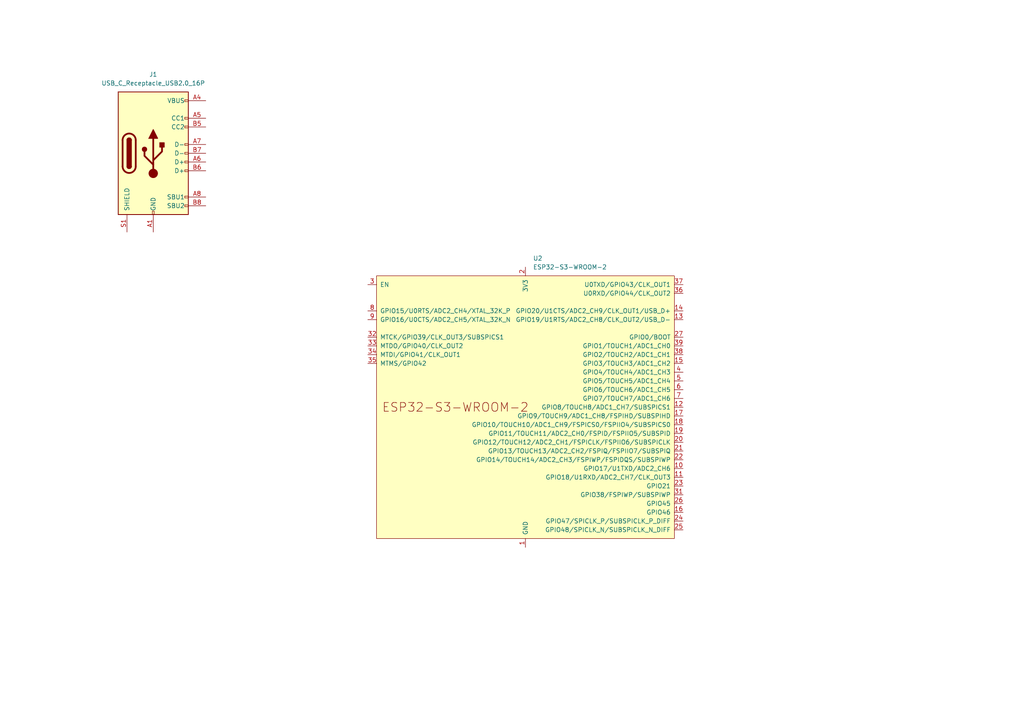
<source format=kicad_sch>
(kicad_sch (version 20230121) (generator eeschema)
  (paper "A4")
  (lib_symbols
    (symbol "Connector:USB_C_Receptacle_USB2.0_16P" (pin_names (offset 1.016))
      (property "Reference" "J" (at 0 22.225 0))
      (property "Value" "USB_C_Receptacle_USB2.0_16P" (at 0 19.685 0))
      (symbol "USB_C_Receptacle_USB2.0_16P_0_0"
        (rectangle (start -0.254 -17.78) (end 0.254 -16.764))
        (rectangle (start 10.16 -14.986) (end 9.144 -15.494))
        (rectangle (start 10.16 -12.446) (end 9.144 -12.954))
        (rectangle (start 10.16 -4.826) (end 9.144 -5.334))
        (rectangle (start 10.16 -2.286) (end 9.144 -2.794))
        (rectangle (start 10.16 0.254) (end 9.144 -0.254))
        (rectangle (start 10.16 2.794) (end 9.144 2.286))
        (rectangle (start 10.16 7.874) (end 9.144 7.366))
        (rectangle (start 10.16 10.414) (end 9.144 9.906))
        (rectangle (start 10.16 15.494) (end 9.144 14.986))
      )
      (symbol "USB_C_Receptacle_USB2.0_16P_0_1"
        (rectangle (start -10.16 17.78) (end 10.16 -17.78) (stroke (width 0.254)) (fill (type background)))
        (arc (start -8.89 -3.81) (mid -6.985 -5.7067) (end -5.08 -3.81) (stroke (width 0.508)))
        (arc (start -7.62 -3.81) (mid -6.985 -4.4423) (end -6.35 -3.81) (stroke (width 0.254)))
        (arc (start -7.62 -3.81) (mid -6.985 -4.4423) (end -6.35 -3.81) (stroke (width 0.254)) (fill (type outline)))
        (rectangle (start -7.62 -3.81) (end -6.35 3.81) (stroke (width 0.254)) (fill (type outline)))
        (arc (start -6.35 3.81) (mid -6.985 4.4423) (end -7.62 3.81) (stroke (width 0.254)))
        (arc (start -6.35 3.81) (mid -6.985 4.4423) (end -7.62 3.81) (stroke (width 0.254)) (fill (type outline)))
        (arc (start -5.08 3.81) (mid -6.985 5.7067) (end -8.89 3.81) (stroke (width 0.508)))
        (circle (center -2.54 1.143) (radius 0.635) (stroke (width 0.254)) (fill (type outline)))
        (circle (center 0 -5.842) (radius 1.27) (fill (type outline)))
        (polyline (pts (xy -8.89 -3.81) (xy -8.89 3.81)) (stroke (width 0.508)))
        (polyline (pts (xy -5.08 3.81) (xy -5.08 -3.81)) (stroke (width 0.508)))
        (polyline (pts (xy 0 -5.842) (xy 0 4.318)) (stroke (width 0.508)))
        (polyline (pts (xy 0 -3.302) (xy -2.54 -0.762) (xy -2.54 0.508)) (stroke (width 0.508)))
        (polyline (pts (xy 0 -2.032) (xy 2.54 0.508) (xy 2.54 1.778)) (stroke (width 0.508)))
        (polyline (pts (xy -1.27 4.318) (xy 0 6.858) (xy 1.27 4.318) (xy -1.27 4.318)) (stroke (width 0.254)) (fill (type outline)))
        (rectangle (start 1.905 1.778) (end 3.175 3.048) (stroke (width 0.254)) (fill (type outline)))
      )
      (symbol "USB_C_Receptacle_USB2.0_16P_1_1"
        (pin passive line (at 0 -22.86 90) (length 5.08) (name "GND") (number "A1"))
        (pin passive line (at 0 -22.86 90) (length 5.08) hide (name "GND") (number "A12"))
        (pin passive line (at 15.24 15.24 180) (length 5.08) (name "VBUS") (number "A4"))
        (pin bidirectional line (at 15.24 10.16 180) (length 5.08) (name "CC1") (number "A5"))
        (pin bidirectional line (at 15.24 -2.54 180) (length 5.08) (name "D+") (number "A6"))
        (pin bidirectional line (at 15.24 2.54 180) (length 5.08) (name "D-") (number "A7"))
        (pin bidirectional line (at 15.24 -12.7 180) (length 5.08) (name "SBU1") (number "A8"))
        (pin passive line (at 15.24 15.24 180) (length 5.08) hide (name "VBUS") (number "A9"))
        (pin passive line (at 0 -22.86 90) (length 5.08) hide (name "GND") (number "B1"))
        (pin passive line (at 0 -22.86 90) (length 5.08) hide (name "GND") (number "B12"))
        (pin passive line (at 15.24 15.24 180) (length 5.08) hide (name "VBUS") (number "B4"))
        (pin bidirectional line (at 15.24 7.62 180) (length 5.08) (name "CC2") (number "B5"))
        (pin bidirectional line (at 15.24 -5.08 180) (length 5.08) (name "D+") (number "B6"))
        (pin bidirectional line (at 15.24 0 180) (length 5.08) (name "D-") (number "B7"))
        (pin bidirectional line (at 15.24 -15.24 180) (length 5.08) (name "SBU2") (number "B8"))
        (pin passive line (at 15.24 15.24 180) (length 5.08) hide (name "VBUS") (number "B9"))
        (pin passive line (at -7.62 -22.86 90) (length 5.08) (name "SHIELD") (number "S1"))
      )
    )
    (symbol "PCM_Espressif:ESP32-S3-WROOM-2" (pin_names (offset 1.016))
      (property "Reference" "U" (at -43.18 43.18 0))
      (property "Value" "ESP32-S3-WROOM-2" (at -43.18 40.64 0))
      (symbol "ESP32-S3-WROOM-2_0_0"
        (text "ESP32-S3-WROOM-2" (at -20.32 0 0) (effects (font (size 2.54 2.54))))
        (pin power_in line (at 0 -40.64 90) (length 2.54) (name "GND") (number "1"))
        (pin bidirectional line (at 45.72 -17.78 180) (length 2.54) (name "GPIO17/U1TXD/ADC2_CH6") (number "10"))
        (pin bidirectional line (at 45.72 -20.32 180) (length 2.54) (name "GPIO18/U1RXD/ADC2_CH7/CLK_OUT3") (number "11"))
        (pin bidirectional line (at 45.72 0 180) (length 2.54) (name "GPIO8/TOUCH8/ADC1_CH7/SUBSPICS1") (number "12"))
        (pin bidirectional line (at 45.72 25.4 180) (length 2.54) (name "GPIO19/U1RTS/ADC2_CH8/CLK_OUT2/USB_D-") (number "13"))
        (pin bidirectional line (at 45.72 27.94 180) (length 2.54) (name "GPIO20/U1CTS/ADC2_CH9/CLK_OUT1/USB_D+") (number "14"))
        (pin bidirectional line (at 45.72 12.7 180) (length 2.54) (name "GPIO3/TOUCH3/ADC1_CH2") (number "15"))
        (pin bidirectional line (at 45.72 -30.48 180) (length 2.54) (name "GPIO46") (number "16"))
        (pin bidirectional line (at 45.72 -2.54 180) (length 2.54) (name "GPIO9/TOUCH9/ADC1_CH8/FSPIHD/SUBSPIHD") (number "17"))
        (pin bidirectional line (at 45.72 -5.08 180) (length 2.54) (name "GPIO10/TOUCH10/ADC1_CH9/FSPICS0/FSPIIO4/SUBSPICS0") (number "18"))
        (pin bidirectional line (at 45.72 -7.62 180) (length 2.54) (name "GPIO11/TOUCH11/ADC2_CH0/FSPID/FSPIIO5/SUBSPID") (number "19"))
        (pin power_in line (at 0 40.64 270) (length 2.54) (name "3V3") (number "2"))
        (pin bidirectional line (at 45.72 -10.16 180) (length 2.54) (name "GPIO12/TOUCH12/ADC2_CH1/FSPICLK/FSPIIO6/SUBSPICLK") (number "20"))
        (pin bidirectional line (at 45.72 -12.7 180) (length 2.54) (name "GPIO13/TOUCH13/ADC2_CH2/FSPIQ/FSPIIO7/SUBSPIQ") (number "21"))
        (pin bidirectional line (at 45.72 -15.24 180) (length 2.54) (name "GPIO14/TOUCH14/ADC2_CH3/FSPIWP/FSPIDQS/SUBSPIWP") (number "22"))
        (pin bidirectional line (at 45.72 -22.86 180) (length 2.54) (name "GPIO21") (number "23"))
        (pin bidirectional line (at 45.72 -33.02 180) (length 2.54) (name "GPIO47/SPICLK_P/SUBSPICLK_P_DIFF") (number "24"))
        (pin bidirectional line (at 45.72 -35.56 180) (length 2.54) (name "GPIO48/SPICLK_N/SUBSPICLK_N_DIFF") (number "25"))
        (pin bidirectional line (at 45.72 -27.94 180) (length 2.54) (name "GPIO45") (number "26"))
        (pin bidirectional line (at 45.72 20.32 180) (length 2.54) (name "GPIO0/BOOT") (number "27"))
        (pin no_connect line (at -43.18 -35.56 0) (length 2.54) hide (name "NC") (number "28"))
        (pin no_connect line (at -43.18 -33.02 0) (length 2.54) hide (name "NC") (number "29"))
        (pin input line (at -45.72 35.56 0) (length 2.54) (name "EN") (number "3"))
        (pin no_connect line (at -43.18 -30.48 0) (length 2.54) hide (name "NC") (number "30"))
        (pin bidirectional line (at 45.72 -25.4 180) (length 2.54) (name "GPIO38/FSPIWP/SUBSPIWP") (number "31"))
        (pin bidirectional line (at -45.72 20.32 0) (length 2.54) (name "MTCK/GPIO39/CLK_OUT3/SUBSPICS1") (number "32"))
        (pin bidirectional line (at -45.72 17.78 0) (length 2.54) (name "MTDO/GPIO40/CLK_OUT2") (number "33"))
        (pin bidirectional line (at -45.72 15.24 0) (length 2.54) (name "MTDI/GPIO41/CLK_OUT1") (number "34"))
        (pin bidirectional line (at -45.72 12.7 0) (length 2.54) (name "MTMS/GPIO42") (number "35"))
        (pin bidirectional line (at 45.72 33.02 180) (length 2.54) (name "U0RXD/GPIO44/CLK_OUT2") (number "36"))
        (pin bidirectional line (at 45.72 35.56 180) (length 2.54) (name "U0TXD/GPIO43/CLK_OUT1") (number "37"))
        (pin bidirectional line (at 45.72 15.24 180) (length 2.54) (name "GPIO2/TOUCH2/ADC1_CH1") (number "38"))
        (pin bidirectional line (at 45.72 17.78 180) (length 2.54) (name "GPIO1/TOUCH1/ADC1_CH0") (number "39"))
        (pin bidirectional line (at 45.72 10.16 180) (length 2.54) (name "GPIO4/TOUCH4/ADC1_CH3") (number "4"))
        (pin passive line (at 0 -40.64 90) (length 2.54) hide (name "GND") (number "40"))
        (pin passive line (at 0 -40.64 90) (length 2.54) hide (name "GND") (number "41"))
        (pin bidirectional line (at 45.72 7.62 180) (length 2.54) (name "GPIO5/TOUCH5/ADC1_CH4") (number "5"))
        (pin bidirectional line (at 45.72 5.08 180) (length 2.54) (name "GPIO6/TOUCH6/ADC1_CH5") (number "6"))
        (pin bidirectional line (at 45.72 2.54 180) (length 2.54) (name "GPIO7/TOUCH7/ADC1_CH6") (number "7"))
        (pin bidirectional line (at -45.72 27.94 0) (length 2.54) (name "GPIO15/U0RTS/ADC2_CH4/XTAL_32K_P") (number "8"))
        (pin bidirectional line (at -45.72 25.4 0) (length 2.54) (name "GPIO16/U0CTS/ADC2_CH5/XTAL_32K_N") (number "9"))
      )
      (symbol "ESP32-S3-WROOM-2_0_1"
        (rectangle (start -43.18 38.1) (end 43.18 -38.1) (fill (type background)))
      )
    )
  )
  (symbol (lib_id "PCM_Espressif:ESP32-S3-WROOM-2") (at 152.4 118.11 0) (unit 1)
    (property "Reference" "U2" (at 154.5941 74.93 0) (effects (justify left)))
    (property "Value" "ESP32-S3-WROOM-2" (at 154.5941 77.47 0) (effects (justify left)))
    (property "Footprint" "PCM_Espressif:ESP32-S3-WROOM-2" (effects hide))
    (property "Datasheet" "https://www.espressif.com/sites/default/files/documentation/esp32-s3-wroom-2_datasheet_en.pdf" (effects hide))
  )
  (symbol (lib_id "Connector:USB_C_Receptacle_USB2.0_16P") (at 44.45 44.45 0) (unit 1)
    (property "Reference" "J1" (at 44.45 21.59 0))
    (property "Value" "USB_C_Receptacle_USB2.0_16P" (at 44.45 24.13 0))
    (property "Datasheet" "https://www.usb.org/sites/default/files/documents/usb_type-c.zip" (effects hide))
  )
)
</source>
